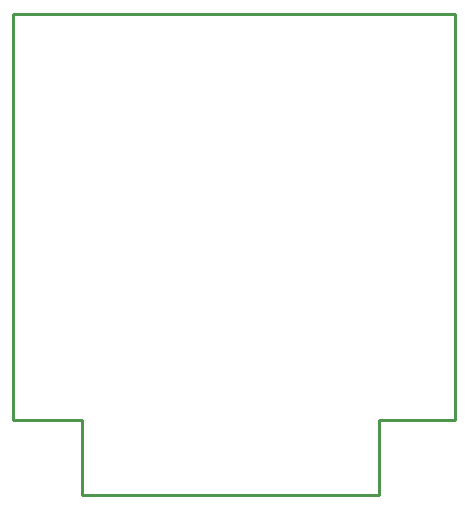
<source format=gm1>
%FSLAX25Y25*%
%MOIN*%
G70*
G01*
G75*
G04 Layer_Color=16711935*
%ADD10R,0.03000X0.20000*%
%ADD11C,0.02000*%
%ADD12C,0.03000*%
%ADD13C,0.04000*%
%ADD14C,0.07500*%
%ADD15R,0.07500X0.07500*%
%ADD16R,0.05906X0.05906*%
%ADD17C,0.05000*%
%ADD18C,0.01000*%
D18*
X124000Y25500D02*
X149500D01*
X124000Y500D02*
Y25500D01*
X25000Y500D02*
X124000D01*
X25000D02*
Y25500D01*
X2000D02*
X25000D01*
X2000D02*
Y161000D01*
X149500D01*
Y25500D02*
Y161000D01*
M02*

</source>
